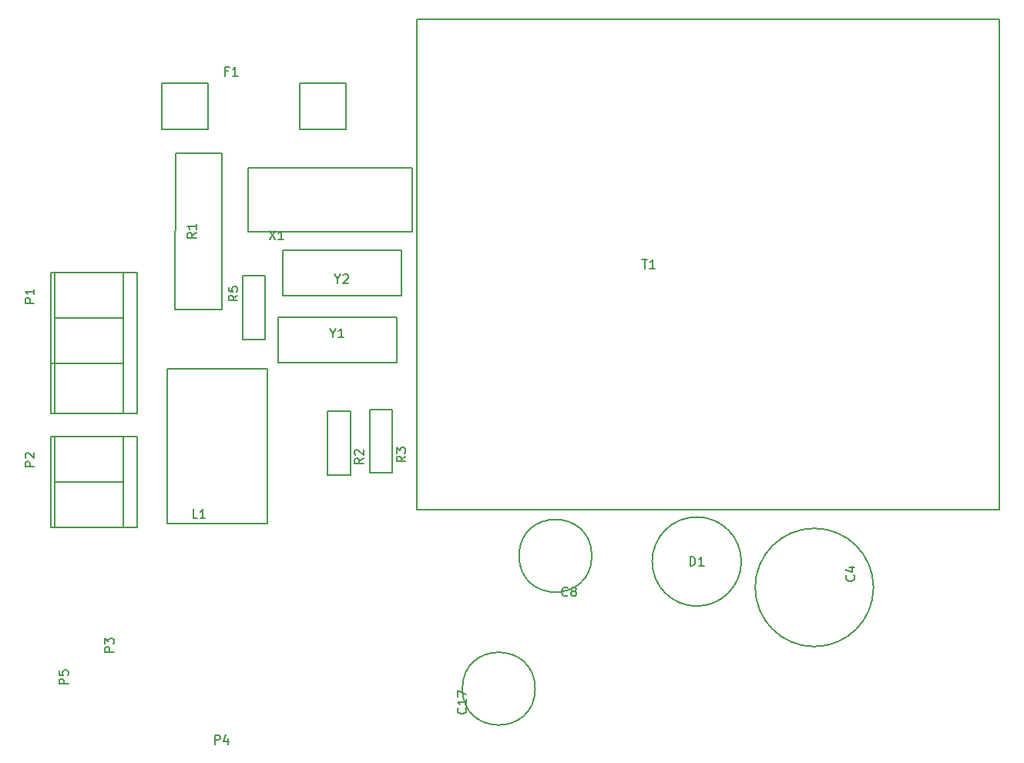
<source format=gto>
G04 #@! TF.FileFunction,Legend,Top*
%FSLAX46Y46*%
G04 Gerber Fmt 4.6, Leading zero omitted, Abs format (unit mm)*
G04 Created by KiCad (PCBNEW 4.0.4+dfsg1-stable) date Sun Feb  5 14:28:03 2017*
%MOMM*%
%LPD*%
G01*
G04 APERTURE LIST*
%ADD10C,0.100000*%
%ADD11C,0.150000*%
G04 APERTURE END LIST*
D10*
D11*
X93930000Y20880000D02*
G75*
G03X93930000Y20880000I-6500000J0D01*
G01*
X79410000Y23730000D02*
G75*
G03X79410000Y23730000I-4900000J0D01*
G01*
X30904000Y71232000D02*
X30904000Y73772000D01*
X35984000Y71232000D02*
X30904000Y71232000D01*
X35984000Y73772000D02*
X35984000Y71232000D01*
X35984000Y76312000D02*
X35984000Y73772000D01*
X30904000Y76312000D02*
X35984000Y76312000D01*
X30904000Y73772000D02*
X30904000Y76312000D01*
X30904000Y73772000D02*
X30904000Y76312000D01*
X30904000Y76312000D02*
X35984000Y76312000D01*
X35984000Y76312000D02*
X35984000Y73772000D01*
X35984000Y73772000D02*
X35984000Y71232000D01*
X35984000Y71232000D02*
X30904000Y71232000D01*
X30904000Y71232000D02*
X30904000Y73772000D01*
X15744000Y71232000D02*
X15744000Y73772000D01*
X20824000Y71232000D02*
X15744000Y71232000D01*
X20824000Y73772000D02*
X20824000Y71232000D01*
X20824000Y76312000D02*
X20824000Y73772000D01*
X15744000Y76312000D02*
X20824000Y76312000D01*
X15744000Y73772000D02*
X15744000Y76312000D01*
X15744000Y73772000D02*
X15744000Y76312000D01*
X15744000Y76312000D02*
X20824000Y76312000D01*
X20824000Y76312000D02*
X20824000Y73772000D01*
X20824000Y73772000D02*
X20824000Y71232000D01*
X20824000Y71232000D02*
X15744000Y71232000D01*
X15744000Y71232000D02*
X15744000Y73772000D01*
X3994800Y45519700D02*
X3994800Y39995200D01*
X7512700Y45507000D02*
X11487800Y45507000D01*
X12999100Y45519700D02*
X12986400Y40020600D01*
X12986400Y40020600D02*
X11475100Y40033300D01*
X3524900Y45545100D02*
X3499500Y39995200D01*
X3499500Y39995200D02*
X11513200Y39995200D01*
X11513200Y39995200D02*
X11513200Y40338100D01*
X11508120Y45489220D02*
X11500500Y40185700D01*
X11500000Y50500000D02*
X4000000Y50500000D01*
X4000000Y55500000D02*
X4000000Y45500000D01*
X11500000Y55500000D02*
X11500000Y45500000D01*
X7500000Y55500000D02*
X3500000Y55500000D01*
X3500000Y55500000D02*
X3500000Y45500000D01*
X3500000Y45500000D02*
X7500000Y45500000D01*
X13000000Y45500000D02*
X13000000Y55500000D01*
X13000000Y55500000D02*
X7500000Y55500000D01*
X11500000Y32500000D02*
X4000000Y32500000D01*
X4000000Y37500000D02*
X4000000Y27500000D01*
X11500000Y37500000D02*
X11500000Y27500000D01*
X7500000Y37500000D02*
X3500000Y37500000D01*
X3500000Y37500000D02*
X3500000Y27500000D01*
X3500000Y27500000D02*
X7500000Y27500000D01*
X7500000Y27500000D02*
X13000000Y27500000D01*
X13000000Y27500000D02*
X13000000Y37500000D01*
X13000000Y37500000D02*
X7500000Y37500000D01*
X17268000Y68656000D02*
X17168000Y51456000D01*
X17168000Y51456000D02*
X22368000Y51456000D01*
X22368000Y51456000D02*
X22368000Y68656000D01*
X22368000Y68656000D02*
X17268000Y68656000D01*
X36440000Y33240000D02*
X36440000Y40240000D01*
X36440000Y40240000D02*
X33940000Y40240000D01*
X33940000Y40240000D02*
X33940000Y33240000D01*
X33940000Y33240000D02*
X36440000Y33240000D01*
X41070000Y33460000D02*
X41070000Y40460000D01*
X41070000Y40460000D02*
X38570000Y40460000D01*
X38570000Y40460000D02*
X38570000Y33460000D01*
X38570000Y33460000D02*
X41070000Y33460000D01*
X24614000Y55174000D02*
X24614000Y48174000D01*
X24614000Y48174000D02*
X27114000Y48174000D01*
X27114000Y48174000D02*
X27114000Y55174000D01*
X27114000Y55174000D02*
X24614000Y55174000D01*
X43750000Y29400000D02*
X107750000Y29400000D01*
X107750000Y29400000D02*
X107750000Y83400000D01*
X107750000Y83400000D02*
X43750000Y83400000D01*
X43750000Y83400000D02*
X43750000Y29400000D01*
X25250000Y60000000D02*
X43250000Y60000000D01*
X43250000Y60000000D02*
X43250000Y67000000D01*
X43250000Y67000000D02*
X25250000Y67000000D01*
X25250000Y67000000D02*
X25250000Y60000000D01*
X41508000Y50618000D02*
X28508000Y50618000D01*
X28508000Y50618000D02*
X28508000Y45618000D01*
X28508000Y45618000D02*
X41508000Y45618000D01*
X41508000Y45618000D02*
X41508000Y50618000D01*
X29016000Y52984000D02*
X42016000Y52984000D01*
X42016000Y52984000D02*
X42016000Y57984000D01*
X42016000Y57984000D02*
X29016000Y57984000D01*
X29016000Y57984000D02*
X29016000Y52984000D01*
X16300000Y44934000D02*
X16300000Y27934000D01*
X16300000Y27934000D02*
X27300000Y27934000D01*
X27300000Y27934000D02*
X27300000Y44934000D01*
X27300000Y44934000D02*
X16300000Y44934000D01*
X62980000Y24360000D02*
G75*
G03X62980000Y24360000I-4000000J0D01*
G01*
X56750000Y9750000D02*
G75*
G03X56750000Y9750000I-4000000J0D01*
G01*
X91787143Y22213334D02*
X91834762Y22165715D01*
X91882381Y22022858D01*
X91882381Y21927620D01*
X91834762Y21784762D01*
X91739524Y21689524D01*
X91644286Y21641905D01*
X91453810Y21594286D01*
X91310952Y21594286D01*
X91120476Y21641905D01*
X91025238Y21689524D01*
X90930000Y21784762D01*
X90882381Y21927620D01*
X90882381Y22022858D01*
X90930000Y22165715D01*
X90977619Y22213334D01*
X91215714Y23070477D02*
X91882381Y23070477D01*
X90834762Y22832381D02*
X91549048Y22594286D01*
X91549048Y23213334D01*
X73771905Y23277619D02*
X73771905Y24277619D01*
X74010000Y24277619D01*
X74152858Y24230000D01*
X74248096Y24134762D01*
X74295715Y24039524D01*
X74343334Y23849048D01*
X74343334Y23706190D01*
X74295715Y23515714D01*
X74248096Y23420476D01*
X74152858Y23325238D01*
X74010000Y23277619D01*
X73771905Y23277619D01*
X75295715Y23277619D02*
X74724286Y23277619D01*
X75010000Y23277619D02*
X75010000Y24277619D01*
X74914762Y24134762D01*
X74819524Y24039524D01*
X74724286Y23991905D01*
X23030667Y77653429D02*
X22697333Y77653429D01*
X22697333Y77129619D02*
X22697333Y78129619D01*
X23173524Y78129619D01*
X24078286Y77129619D02*
X23506857Y77129619D01*
X23792571Y77129619D02*
X23792571Y78129619D01*
X23697333Y77986762D01*
X23602095Y77891524D01*
X23506857Y77843905D01*
X1702381Y52161905D02*
X702381Y52161905D01*
X702381Y52542858D01*
X750000Y52638096D01*
X797619Y52685715D01*
X892857Y52733334D01*
X1035714Y52733334D01*
X1130952Y52685715D01*
X1178571Y52638096D01*
X1226190Y52542858D01*
X1226190Y52161905D01*
X1702381Y53685715D02*
X1702381Y53114286D01*
X1702381Y53400000D02*
X702381Y53400000D01*
X845238Y53304762D01*
X940476Y53209524D01*
X988095Y53114286D01*
X1702381Y34161905D02*
X702381Y34161905D01*
X702381Y34542858D01*
X750000Y34638096D01*
X797619Y34685715D01*
X892857Y34733334D01*
X1035714Y34733334D01*
X1130952Y34685715D01*
X1178571Y34638096D01*
X1226190Y34542858D01*
X1226190Y34161905D01*
X797619Y35114286D02*
X750000Y35161905D01*
X702381Y35257143D01*
X702381Y35495239D01*
X750000Y35590477D01*
X797619Y35638096D01*
X892857Y35685715D01*
X988095Y35685715D01*
X1130952Y35638096D01*
X1702381Y35066667D01*
X1702381Y35685715D01*
X21561905Y3647619D02*
X21561905Y4647619D01*
X21942858Y4647619D01*
X22038096Y4600000D01*
X22085715Y4552381D01*
X22133334Y4457143D01*
X22133334Y4314286D01*
X22085715Y4219048D01*
X22038096Y4171429D01*
X21942858Y4123810D01*
X21561905Y4123810D01*
X22990477Y4314286D02*
X22990477Y3647619D01*
X22752381Y4695238D02*
X22514286Y3980952D01*
X23133334Y3980952D01*
X19520381Y59889334D02*
X19044190Y59556000D01*
X19520381Y59317905D02*
X18520381Y59317905D01*
X18520381Y59698858D01*
X18568000Y59794096D01*
X18615619Y59841715D01*
X18710857Y59889334D01*
X18853714Y59889334D01*
X18948952Y59841715D01*
X18996571Y59794096D01*
X19044190Y59698858D01*
X19044190Y59317905D01*
X19520381Y60841715D02*
X19520381Y60270286D01*
X19520381Y60556000D02*
X18520381Y60556000D01*
X18663238Y60460762D01*
X18758476Y60365524D01*
X18806095Y60270286D01*
X37892381Y35073334D02*
X37416190Y34740000D01*
X37892381Y34501905D02*
X36892381Y34501905D01*
X36892381Y34882858D01*
X36940000Y34978096D01*
X36987619Y35025715D01*
X37082857Y35073334D01*
X37225714Y35073334D01*
X37320952Y35025715D01*
X37368571Y34978096D01*
X37416190Y34882858D01*
X37416190Y34501905D01*
X36987619Y35454286D02*
X36940000Y35501905D01*
X36892381Y35597143D01*
X36892381Y35835239D01*
X36940000Y35930477D01*
X36987619Y35978096D01*
X37082857Y36025715D01*
X37178095Y36025715D01*
X37320952Y35978096D01*
X37892381Y35406667D01*
X37892381Y36025715D01*
X42522381Y35293334D02*
X42046190Y34960000D01*
X42522381Y34721905D02*
X41522381Y34721905D01*
X41522381Y35102858D01*
X41570000Y35198096D01*
X41617619Y35245715D01*
X41712857Y35293334D01*
X41855714Y35293334D01*
X41950952Y35245715D01*
X41998571Y35198096D01*
X42046190Y35102858D01*
X42046190Y34721905D01*
X41522381Y35626667D02*
X41522381Y36245715D01*
X41903333Y35912381D01*
X41903333Y36055239D01*
X41950952Y36150477D01*
X41998571Y36198096D01*
X42093810Y36245715D01*
X42331905Y36245715D01*
X42427143Y36198096D01*
X42474762Y36150477D01*
X42522381Y36055239D01*
X42522381Y35769524D01*
X42474762Y35674286D01*
X42427143Y35626667D01*
X24066381Y53007334D02*
X23590190Y52674000D01*
X24066381Y52435905D02*
X23066381Y52435905D01*
X23066381Y52816858D01*
X23114000Y52912096D01*
X23161619Y52959715D01*
X23256857Y53007334D01*
X23399714Y53007334D01*
X23494952Y52959715D01*
X23542571Y52912096D01*
X23590190Y52816858D01*
X23590190Y52435905D01*
X23066381Y53912096D02*
X23066381Y53435905D01*
X23542571Y53388286D01*
X23494952Y53435905D01*
X23447333Y53531143D01*
X23447333Y53769239D01*
X23494952Y53864477D01*
X23542571Y53912096D01*
X23637810Y53959715D01*
X23875905Y53959715D01*
X23971143Y53912096D01*
X24018762Y53864477D01*
X24066381Y53769239D01*
X24066381Y53531143D01*
X24018762Y53435905D01*
X23971143Y53388286D01*
X68488095Y56947619D02*
X69059524Y56947619D01*
X68773809Y55947619D02*
X68773809Y56947619D01*
X69916667Y55947619D02*
X69345238Y55947619D01*
X69630952Y55947619D02*
X69630952Y56947619D01*
X69535714Y56804762D01*
X69440476Y56709524D01*
X69345238Y56661905D01*
X27547676Y60110619D02*
X28214343Y59110619D01*
X28214343Y60110619D02*
X27547676Y59110619D01*
X29119105Y59110619D02*
X28547676Y59110619D01*
X28833390Y59110619D02*
X28833390Y60110619D01*
X28738152Y59967762D01*
X28642914Y59872524D01*
X28547676Y59824905D01*
X34531809Y48841810D02*
X34531809Y48365619D01*
X34198476Y49365619D02*
X34531809Y48841810D01*
X34865143Y49365619D01*
X35722286Y48365619D02*
X35150857Y48365619D01*
X35436571Y48365619D02*
X35436571Y49365619D01*
X35341333Y49222762D01*
X35246095Y49127524D01*
X35150857Y49079905D01*
X35039809Y54807810D02*
X35039809Y54331619D01*
X34706476Y55331619D02*
X35039809Y54807810D01*
X35373143Y55331619D01*
X35658857Y55236381D02*
X35706476Y55284000D01*
X35801714Y55331619D01*
X36039810Y55331619D01*
X36135048Y55284000D01*
X36182667Y55236381D01*
X36230286Y55141143D01*
X36230286Y55045905D01*
X36182667Y54903048D01*
X35611238Y54331619D01*
X36230286Y54331619D01*
X19633334Y28481619D02*
X19157143Y28481619D01*
X19157143Y29481619D01*
X20490477Y28481619D02*
X19919048Y28481619D01*
X20204762Y28481619D02*
X20204762Y29481619D01*
X20109524Y29338762D01*
X20014286Y29243524D01*
X19919048Y29195905D01*
X60313334Y20002857D02*
X60265715Y19955238D01*
X60122858Y19907619D01*
X60027620Y19907619D01*
X59884762Y19955238D01*
X59789524Y20050476D01*
X59741905Y20145714D01*
X59694286Y20336190D01*
X59694286Y20479048D01*
X59741905Y20669524D01*
X59789524Y20764762D01*
X59884762Y20860000D01*
X60027620Y20907619D01*
X60122858Y20907619D01*
X60265715Y20860000D01*
X60313334Y20812381D01*
X60884762Y20479048D02*
X60789524Y20526667D01*
X60741905Y20574286D01*
X60694286Y20669524D01*
X60694286Y20717143D01*
X60741905Y20812381D01*
X60789524Y20860000D01*
X60884762Y20907619D01*
X61075239Y20907619D01*
X61170477Y20860000D01*
X61218096Y20812381D01*
X61265715Y20717143D01*
X61265715Y20669524D01*
X61218096Y20574286D01*
X61170477Y20526667D01*
X61075239Y20479048D01*
X60884762Y20479048D01*
X60789524Y20431429D01*
X60741905Y20383810D01*
X60694286Y20288571D01*
X60694286Y20098095D01*
X60741905Y20002857D01*
X60789524Y19955238D01*
X60884762Y19907619D01*
X61075239Y19907619D01*
X61170477Y19955238D01*
X61218096Y20002857D01*
X61265715Y20098095D01*
X61265715Y20288571D01*
X61218096Y20383810D01*
X61170477Y20431429D01*
X61075239Y20479048D01*
X49107143Y7607143D02*
X49154762Y7559524D01*
X49202381Y7416667D01*
X49202381Y7321429D01*
X49154762Y7178571D01*
X49059524Y7083333D01*
X48964286Y7035714D01*
X48773810Y6988095D01*
X48630952Y6988095D01*
X48440476Y7035714D01*
X48345238Y7083333D01*
X48250000Y7178571D01*
X48202381Y7321429D01*
X48202381Y7416667D01*
X48250000Y7559524D01*
X48297619Y7607143D01*
X49202381Y8559524D02*
X49202381Y7988095D01*
X49202381Y8273809D02*
X48202381Y8273809D01*
X48345238Y8178571D01*
X48440476Y8083333D01*
X48488095Y7988095D01*
X48202381Y8892857D02*
X48202381Y9559524D01*
X49202381Y9130952D01*
X10452381Y13761905D02*
X9452381Y13761905D01*
X9452381Y14142858D01*
X9500000Y14238096D01*
X9547619Y14285715D01*
X9642857Y14333334D01*
X9785714Y14333334D01*
X9880952Y14285715D01*
X9928571Y14238096D01*
X9976190Y14142858D01*
X9976190Y13761905D01*
X9452381Y14666667D02*
X9452381Y15285715D01*
X9833333Y14952381D01*
X9833333Y15095239D01*
X9880952Y15190477D01*
X9928571Y15238096D01*
X10023810Y15285715D01*
X10261905Y15285715D01*
X10357143Y15238096D01*
X10404762Y15190477D01*
X10452381Y15095239D01*
X10452381Y14809524D01*
X10404762Y14714286D01*
X10357143Y14666667D01*
X5452381Y10261905D02*
X4452381Y10261905D01*
X4452381Y10642858D01*
X4500000Y10738096D01*
X4547619Y10785715D01*
X4642857Y10833334D01*
X4785714Y10833334D01*
X4880952Y10785715D01*
X4928571Y10738096D01*
X4976190Y10642858D01*
X4976190Y10261905D01*
X4452381Y11738096D02*
X4452381Y11261905D01*
X4928571Y11214286D01*
X4880952Y11261905D01*
X4833333Y11357143D01*
X4833333Y11595239D01*
X4880952Y11690477D01*
X4928571Y11738096D01*
X5023810Y11785715D01*
X5261905Y11785715D01*
X5357143Y11738096D01*
X5404762Y11690477D01*
X5452381Y11595239D01*
X5452381Y11357143D01*
X5404762Y11261905D01*
X5357143Y11214286D01*
M02*

</source>
